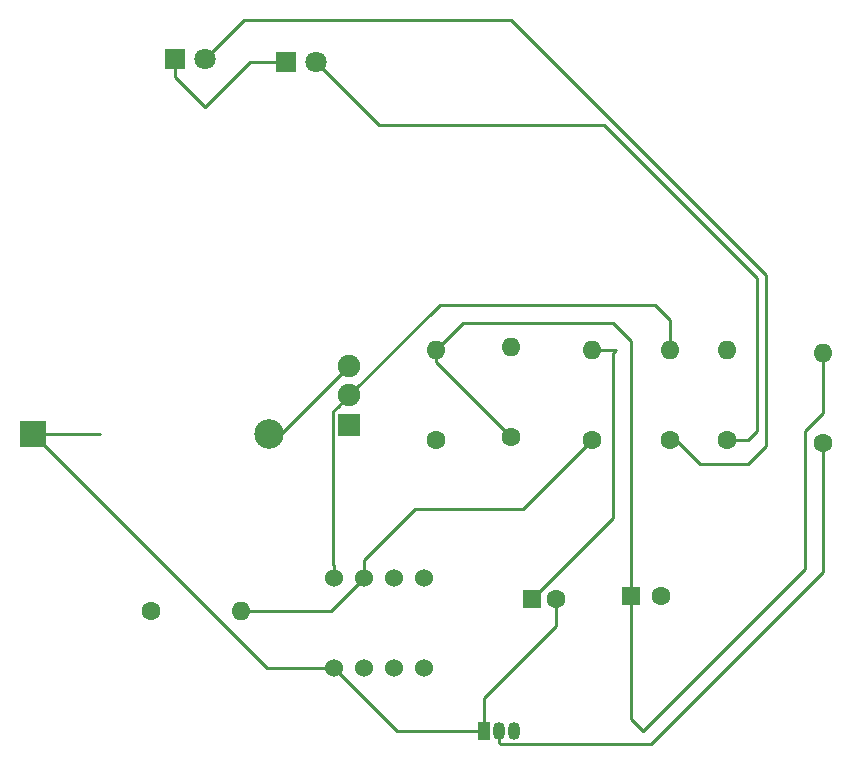
<source format=gtl>
G04 #@! TF.GenerationSoftware,KiCad,Pcbnew,5.1.4+dfsg1-1*
G04 #@! TF.CreationDate,2019-08-20T23:46:58-04:00*
G04 #@! TF.ProjectId,hello_world,68656c6c-6f5f-4776-9f72-6c642e6b6963,v01*
G04 #@! TF.SameCoordinates,Original*
G04 #@! TF.FileFunction,Copper,L1,Top*
G04 #@! TF.FilePolarity,Positive*
%FSLAX46Y46*%
G04 Gerber Fmt 4.6, Leading zero omitted, Abs format (unit mm)*
G04 Created by KiCad (PCBNEW 5.1.4+dfsg1-1) date 2019-08-20 23:46:59*
%MOMM*%
%LPD*%
G04 APERTURE LIST*
%ADD10R,2.170000X2.170000*%
%ADD11C,2.500000*%
%ADD12R,1.600000X1.600000*%
%ADD13C,1.600000*%
%ADD14R,1.800000X1.800000*%
%ADD15C,1.800000*%
%ADD16O,1.050000X1.500000*%
%ADD17R,1.050000X1.500000*%
%ADD18O,1.600000X1.600000*%
%ADD19R,1.900000X1.900000*%
%ADD20C,1.900000*%
%ADD21C,1.524000*%
%ADD22C,0.254000*%
G04 APERTURE END LIST*
D10*
X130225401Y-105181001D03*
D11*
X150225401Y-105181001D03*
D12*
X172498000Y-119126000D03*
D13*
X174498000Y-119126000D03*
D12*
X180848000Y-118872000D03*
D13*
X183348000Y-118872000D03*
D14*
X151638000Y-73660000D03*
D15*
X154178000Y-73660000D03*
X144780000Y-73406000D03*
D14*
X142240000Y-73406000D03*
D16*
X169672000Y-130302000D03*
X170942000Y-130302000D03*
D17*
X168402000Y-130302000D03*
D13*
X140208000Y-120142000D03*
D18*
X147828000Y-120142000D03*
X177546000Y-98044000D03*
D13*
X177546000Y-105664000D03*
X164338000Y-105664000D03*
D18*
X164338000Y-98044000D03*
X170688000Y-97790000D03*
D13*
X170688000Y-105410000D03*
X197104000Y-105918000D03*
D18*
X197104000Y-98298000D03*
X188976000Y-98044000D03*
D13*
X188976000Y-105664000D03*
X184150000Y-105664000D03*
D18*
X184150000Y-98044000D03*
D19*
X156972000Y-104394000D03*
D20*
X156972000Y-101894000D03*
X156972000Y-99394000D03*
D21*
X155702000Y-124968000D03*
X158242000Y-124968000D03*
X160782000Y-124968000D03*
X163322000Y-124968000D03*
X163322000Y-117348000D03*
X160782000Y-117348000D03*
X158242000Y-117348000D03*
X155702000Y-117348000D03*
D22*
X161036000Y-130302000D02*
X155702000Y-124968000D01*
X168402000Y-130302000D02*
X161036000Y-130302000D01*
X135915001Y-105181001D02*
X130225401Y-105181001D01*
X150012400Y-124968000D02*
X130225401Y-105181001D01*
X155702000Y-124968000D02*
X150012400Y-124968000D01*
X174498000Y-119126000D02*
X174498000Y-121412000D01*
X168402000Y-127508000D02*
X168402000Y-130302000D01*
X174498000Y-121412000D02*
X168402000Y-127508000D01*
X151184999Y-105181001D02*
X150225401Y-105181001D01*
X156972000Y-99394000D02*
X151184999Y-105181001D01*
X177546000Y-98044000D02*
X179578000Y-98044000D01*
X179578000Y-98044000D02*
X179324000Y-98298000D01*
X179324000Y-112300000D02*
X172498000Y-119126000D01*
X179324000Y-98298000D02*
X179324000Y-112300000D01*
X172498000Y-119126000D02*
X172498000Y-119666000D01*
X197104000Y-103368118D02*
X195580000Y-104892118D01*
X197104000Y-98298000D02*
X197104000Y-103368118D01*
X195580000Y-104892118D02*
X195580000Y-116586000D01*
X195580000Y-116586000D02*
X181864000Y-130302000D01*
X180848000Y-129286000D02*
X180848000Y-118872000D01*
X181864000Y-130302000D02*
X180848000Y-129286000D01*
X180848000Y-118872000D02*
X180848000Y-97282000D01*
X180848000Y-97282000D02*
X179324000Y-95758000D01*
X166624000Y-95758000D02*
X164338000Y-98044000D01*
X179324000Y-95758000D02*
X166624000Y-95758000D01*
X164338000Y-99060000D02*
X170688000Y-105410000D01*
X164338000Y-98044000D02*
X164338000Y-99060000D01*
X142240000Y-73406000D02*
X142240000Y-74930000D01*
X142240000Y-74930000D02*
X144780000Y-77470000D01*
X148590000Y-73660000D02*
X151638000Y-73660000D01*
X144780000Y-77470000D02*
X148590000Y-73660000D01*
X142240000Y-73406000D02*
X142240000Y-72898000D01*
X188976000Y-105664000D02*
X190754000Y-105664000D01*
X190754000Y-105664000D02*
X191516000Y-104902000D01*
X191516000Y-104902000D02*
X191516000Y-91948000D01*
X191516000Y-91948000D02*
X178562000Y-78994000D01*
X159512000Y-78994000D02*
X154178000Y-73660000D01*
X178562000Y-78994000D02*
X159512000Y-78994000D01*
X184150000Y-105664000D02*
X184658000Y-105664000D01*
X184658000Y-105664000D02*
X186690000Y-107696000D01*
X186690000Y-107696000D02*
X190754000Y-107696000D01*
X190754000Y-107696000D02*
X192278000Y-106172000D01*
X192278000Y-106172000D02*
X192278000Y-91694000D01*
X192278000Y-91694000D02*
X170688000Y-70104000D01*
X148082000Y-70104000D02*
X144780000Y-73406000D01*
X170688000Y-70104000D02*
X148082000Y-70104000D01*
X197104000Y-105918000D02*
X197104000Y-116840000D01*
X169672000Y-131306000D02*
X169672000Y-130302000D01*
X169799010Y-131433010D02*
X169672000Y-131306000D01*
X197104000Y-116840000D02*
X182510990Y-131433010D01*
X182510990Y-131433010D02*
X169799010Y-131433010D01*
X155448000Y-120142000D02*
X158242000Y-117348000D01*
X147828000Y-120142000D02*
X155448000Y-120142000D01*
X158242000Y-117348000D02*
X158242000Y-115824000D01*
X158242000Y-115824000D02*
X162560000Y-111506000D01*
X171704000Y-111506000D02*
X177546000Y-105664000D01*
X162560000Y-111506000D02*
X171704000Y-111506000D01*
X184150000Y-98044000D02*
X184150000Y-95504000D01*
X184150000Y-95504000D02*
X182880000Y-94234000D01*
X164632000Y-94234000D02*
X156972000Y-101894000D01*
X182880000Y-94234000D02*
X164632000Y-94234000D01*
X156022001Y-102843999D02*
X156972000Y-101894000D01*
X155640999Y-103225001D02*
X156022001Y-102843999D01*
X155640999Y-116209369D02*
X155640999Y-103225001D01*
X155702000Y-116270370D02*
X155640999Y-116209369D01*
X155702000Y-117348000D02*
X155702000Y-116270370D01*
M02*

</source>
